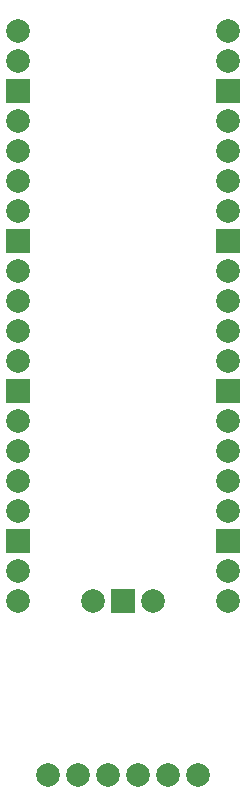
<source format=gbs>
G04 EAGLE Gerber RS-274X export*
G75*
%MOMM*%
%FSLAX34Y34*%
%LPD*%
%INBottom Solder Mask*%
%IPPOS*%
%AMOC8*
5,1,8,0,0,1.08239X$1,22.5*%
G01*
%ADD10C,2.006600*%
%ADD11R,2.006600X2.006600*%


D10*
X63500Y106680D03*
X88900Y106680D03*
X114300Y106680D03*
X139700Y106680D03*
X165100Y106680D03*
X190500Y106680D03*
X38100Y736600D03*
X38100Y711200D03*
D11*
X38100Y685800D03*
X38100Y558800D03*
X38100Y431800D03*
X38100Y304800D03*
X127000Y254000D03*
X215900Y304800D03*
X215900Y431800D03*
X215900Y558800D03*
X215900Y685800D03*
D10*
X38100Y660400D03*
X38100Y635000D03*
X38100Y609600D03*
X38100Y584200D03*
X38100Y533400D03*
X38100Y508000D03*
X38100Y482600D03*
X38100Y457200D03*
X38100Y406400D03*
X38100Y381000D03*
X38100Y355600D03*
X38100Y330200D03*
X38100Y279400D03*
X38100Y254000D03*
X215900Y254000D03*
X215900Y279400D03*
X215900Y330200D03*
X215900Y355600D03*
X215900Y381000D03*
X215900Y406400D03*
X215900Y457200D03*
X215900Y482600D03*
X215900Y508000D03*
X215900Y533400D03*
X215900Y584200D03*
X215900Y609600D03*
X215900Y635000D03*
X215900Y660400D03*
X215900Y711200D03*
X215900Y736600D03*
X101600Y254000D03*
X152400Y254000D03*
M02*

</source>
